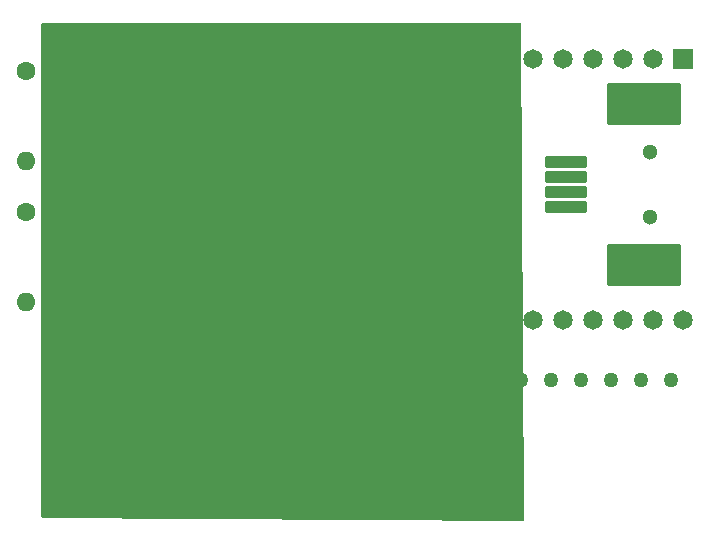
<source format=gbr>
%TF.GenerationSoftware,KiCad,Pcbnew,8.0.4*%
%TF.CreationDate,2024-08-01T20:05:25+05:30*%
%TF.ProjectId,Atmega32,41746d65-6761-4333-922e-6b696361645f,rev?*%
%TF.SameCoordinates,Original*%
%TF.FileFunction,Soldermask,Top*%
%TF.FilePolarity,Negative*%
%FSLAX46Y46*%
G04 Gerber Fmt 4.6, Leading zero omitted, Abs format (unit mm)*
G04 Created by KiCad (PCBNEW 8.0.4) date 2024-08-01 20:05:25*
%MOMM*%
%LPD*%
G01*
G04 APERTURE LIST*
G04 Aperture macros list*
%AMRoundRect*
0 Rectangle with rounded corners*
0 $1 Rounding radius*
0 $2 $3 $4 $5 $6 $7 $8 $9 X,Y pos of 4 corners*
0 Add a 4 corners polygon primitive as box body*
4,1,4,$2,$3,$4,$5,$6,$7,$8,$9,$2,$3,0*
0 Add four circle primitives for the rounded corners*
1,1,$1+$1,$2,$3*
1,1,$1+$1,$4,$5*
1,1,$1+$1,$6,$7*
1,1,$1+$1,$8,$9*
0 Add four rect primitives between the rounded corners*
20,1,$1+$1,$2,$3,$4,$5,0*
20,1,$1+$1,$4,$5,$6,$7,0*
20,1,$1+$1,$6,$7,$8,$9,0*
20,1,$1+$1,$8,$9,$2,$3,0*%
G04 Aperture macros list end*
%ADD10C,0.000000*%
%ADD11C,1.498600*%
%ADD12R,0.863600X0.812800*%
%ADD13R,1.651000X1.651000*%
%ADD14C,1.651000*%
%ADD15C,2.133600*%
%ADD16R,1.800000X1.800000*%
%ADD17C,1.800000*%
%ADD18C,1.600000*%
%ADD19O,1.600000X1.600000*%
%ADD20R,0.812800X0.863600*%
%ADD21R,2.250000X2.250000*%
%ADD22C,2.250000*%
%ADD23C,1.270000*%
%ADD24R,0.609600X1.549400*%
%ADD25C,1.300000*%
%ADD26RoundRect,0.102000X-1.650000X0.400000X-1.650000X-0.400000X1.650000X-0.400000X1.650000X0.400000X0*%
%ADD27RoundRect,0.102000X-3.020000X1.700000X-3.020000X-1.700000X3.020000X-1.700000X3.020000X1.700000X0*%
%ADD28C,1.193800*%
%ADD29R,1.500000X0.550000*%
%ADD30R,0.550000X1.500000*%
G04 APERTURE END LIST*
D10*
%TO.C,U2*%
G36*
X173101000Y-73596500D02*
G01*
X169799000Y-73596500D01*
X169799000Y-71335900D01*
X173101000Y-71335900D01*
X173101000Y-73596500D01*
G37*
%TD*%
D11*
%TO.C,prog1*%
X144018000Y-52070000D03*
X141478000Y-52070000D03*
X144018000Y-54610000D03*
X141478000Y-54610000D03*
X144018000Y-57150000D03*
X141478000Y-57150000D03*
X144018000Y-59690000D03*
X141478000Y-59690000D03*
X144018000Y-62230000D03*
X141478000Y-62230000D03*
%TD*%
D12*
%TO.C,C3*%
X150952200Y-48768000D03*
X152400000Y-48768000D03*
%TD*%
D13*
%TO.C,PA1*%
X191008000Y-41402000D03*
D14*
X188468000Y-41402000D03*
X185928000Y-41402000D03*
X183388000Y-41402000D03*
X180848000Y-41402000D03*
X178308000Y-41402000D03*
X175768000Y-41402000D03*
X173228000Y-41402000D03*
%TD*%
D15*
%TO.C,R3*%
X151130000Y-72390000D03*
X151130000Y-74930000D03*
X151130000Y-77470000D03*
%TD*%
D16*
%TO.C,D1*%
X143764000Y-70866000D03*
D17*
X143764000Y-73406000D03*
%TD*%
D13*
%TO.C,PD1*%
X150876000Y-63500000D03*
D14*
X153416000Y-63500000D03*
X155956000Y-63500000D03*
X158496000Y-63500000D03*
X161036000Y-63500000D03*
X163576000Y-63500000D03*
X166116000Y-63500000D03*
X168656000Y-63500000D03*
%TD*%
D18*
%TO.C,R1*%
X135382000Y-42418000D03*
D19*
X135382000Y-50038000D03*
%TD*%
D20*
%TO.C,C1*%
X150114000Y-53809900D03*
X150114000Y-52362100D03*
%TD*%
D21*
%TO.C,SW1*%
X156158000Y-58420000D03*
D22*
X149658000Y-58420000D03*
%TD*%
D20*
%TO.C,C2*%
X152908000Y-53848000D03*
X152908000Y-52400200D03*
%TD*%
D13*
%TO.C,PC1*%
X173228000Y-63500000D03*
D14*
X175768000Y-63500000D03*
X178308000Y-63500000D03*
X180848000Y-63500000D03*
X183388000Y-63500000D03*
X185928000Y-63500000D03*
X188468000Y-63500000D03*
X191008000Y-63500000D03*
%TD*%
D23*
%TO.C,lcd1*%
X156972000Y-68580000D03*
X159512000Y-68580000D03*
X162052000Y-68580000D03*
X164592000Y-68580000D03*
X167132000Y-68580000D03*
X169672000Y-68580000D03*
X172212000Y-68580000D03*
X174752000Y-68580000D03*
X177292000Y-68580000D03*
X179832000Y-68580000D03*
X182372000Y-68580000D03*
X184912000Y-68580000D03*
X187452000Y-68580000D03*
X189992000Y-68580000D03*
%TD*%
D24*
%TO.C,U2*%
X169151300Y-78917800D03*
X171450000Y-78917800D03*
X173748700Y-78917800D03*
%TD*%
D25*
%TO.C,j1*%
X188214000Y-54820000D03*
X188214000Y-49320000D03*
D26*
X181064000Y-50195000D03*
X181064000Y-52695000D03*
X181064000Y-53945000D03*
X181064000Y-51445000D03*
D27*
X187634000Y-58870000D03*
X187634000Y-45270000D03*
%TD*%
D13*
%TO.C,PB1*%
X150622000Y-41402000D03*
D14*
X153162000Y-41402000D03*
X155702000Y-41402000D03*
X158242000Y-41402000D03*
X160782000Y-41402000D03*
X163322000Y-41402000D03*
X165862000Y-41402000D03*
X168402000Y-41402000D03*
%TD*%
D18*
%TO.C,R5*%
X135382000Y-54356000D03*
D19*
X135382000Y-61976000D03*
%TD*%
D23*
%TO.C,v1*%
X157226000Y-78486000D03*
X159766000Y-78486000D03*
X162306000Y-78486000D03*
X164846000Y-78486000D03*
%TD*%
D12*
%TO.C,C5*%
X138976100Y-72351900D03*
X140423900Y-72351900D03*
%TD*%
D28*
%TO.C,Y1*%
X158750000Y-52832000D03*
X158750000Y-47951999D03*
%TD*%
D18*
%TO.C,R4*%
X139192000Y-41402000D03*
D19*
X146812000Y-41402000D03*
%TD*%
D29*
%TO.C,U1*%
X165052000Y-48466000D03*
X165052000Y-49266000D03*
X165052000Y-50066000D03*
X165052000Y-50866000D03*
X165052000Y-51666000D03*
X165052000Y-52466000D03*
X165052000Y-53266000D03*
X165052000Y-54066000D03*
X165052000Y-54866000D03*
X165052000Y-55666000D03*
X165052000Y-56466000D03*
D30*
X166752000Y-58166000D03*
X167552000Y-58166000D03*
X168352000Y-58166000D03*
X169152000Y-58166000D03*
X169952000Y-58166000D03*
X170752000Y-58166000D03*
X171552000Y-58166000D03*
X172352000Y-58166000D03*
X173152000Y-58166000D03*
X173952000Y-58166000D03*
X174752000Y-58166000D03*
D29*
X176452000Y-56466000D03*
X176452000Y-55666000D03*
X176452000Y-54866000D03*
X176452000Y-54066000D03*
X176452000Y-53266000D03*
X176452000Y-52466000D03*
X176452000Y-51666000D03*
X176452000Y-50866000D03*
X176452000Y-50066000D03*
X176452000Y-49266000D03*
X176452000Y-48466000D03*
D30*
X174752000Y-46766000D03*
X173952000Y-46766000D03*
X173152000Y-46766000D03*
X172352000Y-46766000D03*
X171552000Y-46766000D03*
X170752000Y-46766000D03*
X169952000Y-46766000D03*
X169152000Y-46766000D03*
X168352000Y-46766000D03*
X167552000Y-46766000D03*
X166752000Y-46766000D03*
%TD*%
D23*
%TO.C,g1*%
X156972000Y-73660000D03*
X159512000Y-73660000D03*
X162052000Y-73660000D03*
X164592000Y-73660000D03*
%TD*%
D18*
%TO.C,R2*%
X146812000Y-77724000D03*
D19*
X139192000Y-77724000D03*
%TD*%
G36*
X177235783Y-38373685D02*
G01*
X177281538Y-38426489D01*
X177292742Y-38477253D01*
X177545243Y-80392475D01*
X177525962Y-80459632D01*
X177473435Y-80505704D01*
X177420475Y-80517220D01*
X136775230Y-80264765D01*
X136708314Y-80244664D01*
X136662888Y-80191577D01*
X136652000Y-80140767D01*
X136652000Y-38478000D01*
X136671685Y-38410961D01*
X136724489Y-38365206D01*
X136776000Y-38354000D01*
X177168744Y-38354000D01*
X177235783Y-38373685D01*
G37*
M02*

</source>
